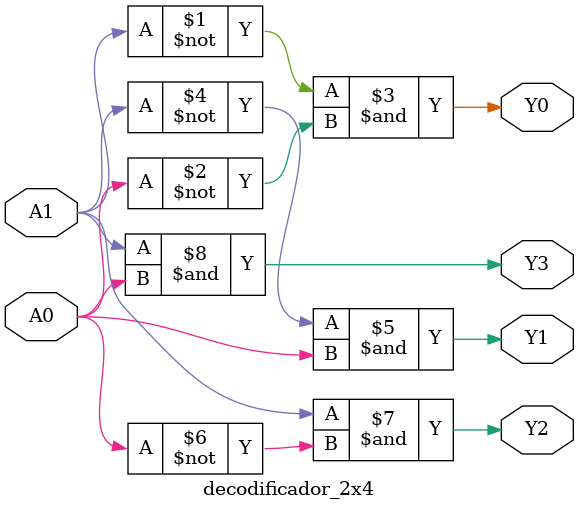
<source format=v>
module decodificador_2x4 (
    input A0, A1,
    output Y0, Y1, Y2, Y3
);

assign Y0 = ~A1 & ~A0;
assign Y1 = ~A1 & A0;
assign Y2 = A1 & ~A0;
assign Y3 = A1 & A0;
    
endmodule
</source>
